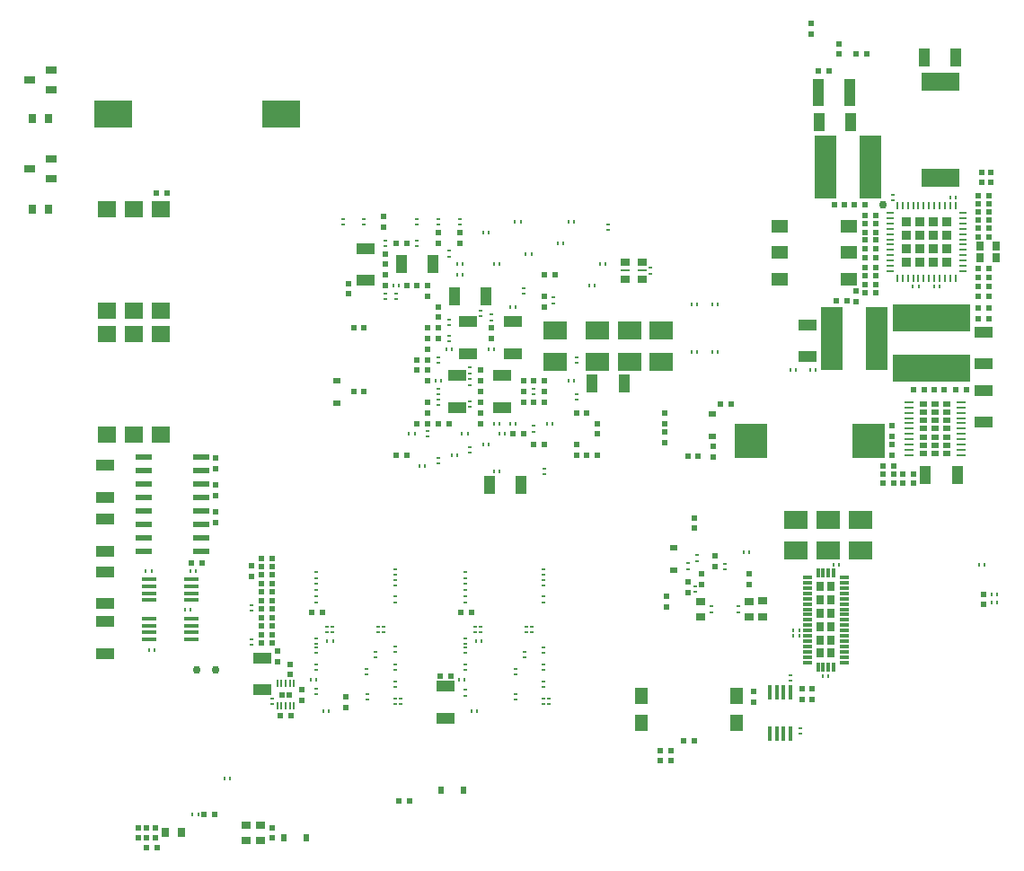
<source format=gbr>
G04 #@! TF.FileFunction,Paste,Bot*
%FSLAX46Y46*%
G04 Gerber Fmt 4.6, Leading zero omitted, Abs format (unit mm)*
G04 Created by KiCad (PCBNEW (2016-08-02 BZR 7002)-product) date Mon Oct 17 13:50:08 2016*
%MOMM*%
%LPD*%
G01*
G04 APERTURE LIST*
%ADD10C,0.101600*%
%ADD11R,0.300000X0.280000*%
%ADD12R,0.280000X0.300000*%
%ADD13R,1.800000X1.000000*%
%ADD14R,1.000000X1.800000*%
%ADD15R,0.500000X0.500000*%
%ADD16R,2.230000X1.800000*%
%ADD17R,0.800000X0.900000*%
%ADD18R,0.900000X0.800000*%
%ADD19R,0.584200X0.685800*%
%ADD20R,0.685800X0.584200*%
%ADD21R,3.100000X3.300000*%
%ADD22R,2.000000X6.000000*%
%ADD23R,7.300000X2.600000*%
%ADD24R,3.600000X1.800000*%
%ADD25R,1.000000X2.600000*%
%ADD26C,0.762000*%
%ADD27R,0.230000X0.700000*%
%ADD28R,0.525000X0.630000*%
%ADD29R,0.850000X0.280000*%
%ADD30R,0.756000X0.546000*%
%ADD31R,1.300000X1.500000*%
%ADD32R,0.250000X0.700000*%
%ADD33R,0.700000X0.250000*%
%ADD34R,0.901250X0.901250*%
%ADD35R,0.700000X0.875000*%
%ADD36R,0.850000X0.300000*%
%ADD37R,0.300000X0.850000*%
%ADD38R,1.500000X0.600000*%
%ADD39R,1.780000X1.520000*%
%ADD40R,1.350000X0.450000*%
%ADD41R,1.000000X0.800000*%
%ADD42R,0.450000X1.350000*%
%ADD43R,0.850000X0.650000*%
%ADD44R,0.850000X0.250000*%
%ADD45R,3.660000X2.600000*%
%ADD46R,3.540000X2.600000*%
%ADD47R,1.500000X1.200000*%
G04 APERTURE END LIST*
D10*
D11*
X62200000Y-96765000D03*
X62200000Y-96235000D03*
X66000000Y-103165000D03*
X66000000Y-102635000D03*
D12*
X61835000Y-104200000D03*
X62365000Y-104200000D03*
D11*
X65900000Y-100765000D03*
X65900000Y-100235000D03*
X61200000Y-102135000D03*
X61200000Y-102665000D03*
X66800000Y-98635000D03*
X66800000Y-99165000D03*
X61200000Y-91135000D03*
X61200000Y-91665000D03*
D12*
X61165000Y-101300000D03*
X60635000Y-101300000D03*
D11*
X68600000Y-91835000D03*
X68600000Y-92365000D03*
X61200000Y-97335000D03*
X61200000Y-97865000D03*
X61200000Y-100365000D03*
X61200000Y-99835000D03*
X68600000Y-93435000D03*
X68600000Y-93965000D03*
D12*
X62235000Y-97600000D03*
X62765000Y-97600000D03*
D11*
X61200000Y-98235000D03*
X61200000Y-98765000D03*
X67500000Y-96235000D03*
X67500000Y-96765000D03*
X68600000Y-90835000D03*
X68600000Y-91365000D03*
X62700000Y-96235000D03*
X62700000Y-96765000D03*
X68600000Y-99835000D03*
X68600000Y-100365000D03*
X67000000Y-96765000D03*
X67000000Y-96235000D03*
X61200000Y-93435000D03*
X61200000Y-93965000D03*
X68600000Y-101965000D03*
X68600000Y-101435000D03*
X69100000Y-103035000D03*
X69100000Y-103565000D03*
X61200000Y-92235000D03*
X61200000Y-92765000D03*
X68600000Y-103565000D03*
X68600000Y-103035000D03*
D13*
X73400000Y-104900000D03*
X73400000Y-101900000D03*
D11*
X76200000Y-96765000D03*
X76200000Y-96235000D03*
X80000000Y-103165000D03*
X80000000Y-102635000D03*
D12*
X75835000Y-104200000D03*
X76365000Y-104200000D03*
D11*
X80000000Y-100765000D03*
X80000000Y-100235000D03*
X75200000Y-102235000D03*
X75200000Y-102765000D03*
X80800000Y-98635000D03*
X80800000Y-99165000D03*
X75200000Y-91135000D03*
X75200000Y-91665000D03*
D12*
X75165000Y-101300000D03*
X74635000Y-101300000D03*
D11*
X82600000Y-91835000D03*
X82600000Y-92365000D03*
X75200000Y-97335000D03*
X75200000Y-97865000D03*
X75200000Y-100365000D03*
X75200000Y-99835000D03*
X82600000Y-93435000D03*
X82600000Y-93965000D03*
D12*
X76235000Y-97600000D03*
X76765000Y-97600000D03*
D11*
X75200000Y-98235000D03*
X75200000Y-98765000D03*
X81500000Y-96235000D03*
X81500000Y-96765000D03*
X82600000Y-90835000D03*
X82600000Y-91365000D03*
X76700000Y-96235000D03*
X76700000Y-96765000D03*
X82600000Y-99835000D03*
X82600000Y-100365000D03*
X81000000Y-96765000D03*
X81000000Y-96235000D03*
X75200000Y-93435000D03*
X75200000Y-93965000D03*
X82600000Y-101965000D03*
X82600000Y-101435000D03*
X83100000Y-103035000D03*
X83100000Y-103565000D03*
X75200000Y-92235000D03*
X75200000Y-92765000D03*
X82600000Y-103565000D03*
X82600000Y-103035000D03*
D13*
X56100000Y-102200000D03*
X56100000Y-99200000D03*
D11*
X55100000Y-94765000D03*
X55100000Y-94235000D03*
X55100000Y-97435000D03*
X55100000Y-97965000D03*
X68600000Y-98665000D03*
X68600000Y-98135000D03*
X82600000Y-98765000D03*
X82600000Y-98235000D03*
D13*
X124100000Y-74000000D03*
X124100000Y-77000000D03*
D14*
X118600000Y-82000000D03*
X121600000Y-82000000D03*
D11*
X57000000Y-103565000D03*
X57000000Y-103035000D03*
D15*
X59800000Y-102200000D03*
X59800000Y-103200000D03*
X115443000Y-77300000D03*
X115443000Y-78300000D03*
X115600000Y-81900000D03*
X114600000Y-81900000D03*
X116500000Y-81900000D03*
X117500000Y-81900000D03*
D16*
X106426000Y-89090000D03*
X106426000Y-86170000D03*
X112522000Y-89090000D03*
X112522000Y-86170000D03*
X109474000Y-89090000D03*
X109474000Y-86170000D03*
D13*
X124100000Y-71500000D03*
X124100000Y-68500000D03*
X107500000Y-70800000D03*
X107500000Y-67800000D03*
D14*
X111600000Y-48700000D03*
X108600000Y-48700000D03*
X118500000Y-42600000D03*
X121500000Y-42600000D03*
D15*
X113900000Y-59100000D03*
X112900000Y-59100000D03*
X124600000Y-62500000D03*
X123600000Y-62500000D03*
X112900000Y-57500000D03*
X113900000Y-57500000D03*
X124579000Y-65100000D03*
X123579000Y-65100000D03*
X112900000Y-59800000D03*
X113900000Y-59800000D03*
X124600000Y-63300000D03*
X123600000Y-63300000D03*
D11*
X115500000Y-56065000D03*
X115500000Y-55535000D03*
D12*
X119965000Y-64200000D03*
X119435000Y-64200000D03*
D15*
X124600000Y-57900000D03*
X123600000Y-57900000D03*
X112900000Y-62400000D03*
X113900000Y-62400000D03*
D17*
X125250000Y-60400000D03*
X123750000Y-60400000D03*
D15*
X124600000Y-55600000D03*
X123600000Y-55600000D03*
X113900000Y-64800000D03*
X112900000Y-64800000D03*
D17*
X125250000Y-61500000D03*
X123750000Y-61500000D03*
D15*
X124600000Y-57200000D03*
X123600000Y-57200000D03*
X113900000Y-63200000D03*
X112900000Y-63200000D03*
D12*
X121465000Y-55800000D03*
X120935000Y-55800000D03*
X117435000Y-64200000D03*
X117965000Y-64200000D03*
X106161000Y-97155000D03*
X106691000Y-97155000D03*
X106161000Y-96647000D03*
X106691000Y-96647000D03*
X110465000Y-90400000D03*
X109935000Y-90400000D03*
X108935000Y-100900000D03*
X109465000Y-100900000D03*
D15*
X51600000Y-114000000D03*
X50600000Y-114000000D03*
X46200000Y-117100000D03*
X45200000Y-117100000D03*
D12*
X108265000Y-72100000D03*
X107735000Y-72100000D03*
X105844757Y-72100000D03*
X106374757Y-72100000D03*
X97065000Y-70400000D03*
X96535000Y-70400000D03*
X98535000Y-70400000D03*
X99065000Y-70400000D03*
X97065000Y-65900000D03*
X96535000Y-65900000D03*
X98535000Y-65900000D03*
X99065000Y-65900000D03*
D15*
X51689000Y-80399000D03*
X51689000Y-81399000D03*
X51689000Y-82939000D03*
X51689000Y-83939000D03*
X51689000Y-85479000D03*
X51689000Y-86479000D03*
X49400000Y-90300000D03*
X50400000Y-90300000D03*
D12*
X48835000Y-94700000D03*
X49365000Y-94700000D03*
X45435000Y-98500000D03*
X45965000Y-98500000D03*
X49865000Y-91000000D03*
X49335000Y-91000000D03*
X45135000Y-91000000D03*
X45665000Y-91000000D03*
D13*
X79700000Y-70500000D03*
X79700000Y-67500000D03*
D16*
X83700000Y-71260000D03*
X83700000Y-68340000D03*
D13*
X75500000Y-70500000D03*
X75500000Y-67500000D03*
D16*
X93700000Y-71260000D03*
X93700000Y-68340000D03*
D13*
X65800000Y-60600000D03*
X65800000Y-63600000D03*
D16*
X87700000Y-71260000D03*
X87700000Y-68340000D03*
X90700000Y-71260000D03*
X90700000Y-68340000D03*
D13*
X78700000Y-72600000D03*
X78700000Y-75600000D03*
X74500000Y-72600000D03*
X74500000Y-75600000D03*
D14*
X74200000Y-65100000D03*
X77200000Y-65100000D03*
X80500000Y-82900000D03*
X77500000Y-82900000D03*
X87200000Y-73300000D03*
X90200000Y-73300000D03*
D12*
X79965000Y-77100000D03*
X79435000Y-77100000D03*
X78435000Y-78100000D03*
X78965000Y-78100000D03*
D14*
X69200000Y-62100000D03*
X72200000Y-62100000D03*
D15*
X96200000Y-80200000D03*
X97200000Y-80200000D03*
X94000000Y-78900000D03*
X94000000Y-77900000D03*
X98600000Y-79300000D03*
X98600000Y-80300000D03*
X94000000Y-76100000D03*
X94000000Y-77100000D03*
D11*
X81700000Y-74365000D03*
X81700000Y-73835000D03*
D18*
X55900000Y-116450000D03*
X55900000Y-114950000D03*
D11*
X97100000Y-89535000D03*
X97100000Y-90065000D03*
X96266000Y-90816000D03*
X96266000Y-90286000D03*
D12*
X101992000Y-89281000D03*
X101462000Y-89281000D03*
D11*
X99700000Y-90335000D03*
X99700000Y-90865000D03*
D15*
X107800000Y-40400000D03*
X107800000Y-39400000D03*
D11*
X98425000Y-94880000D03*
X98425000Y-94350000D03*
X100965000Y-94880000D03*
X100965000Y-94350000D03*
D15*
X110500000Y-41300000D03*
X110500000Y-42300000D03*
D11*
X105900000Y-101365000D03*
X105900000Y-100835000D03*
X106800000Y-106365000D03*
X106800000Y-105835000D03*
X96900000Y-92965000D03*
X96900000Y-92435000D03*
D19*
X75055000Y-111700000D03*
X72945000Y-111700000D03*
D20*
X63100000Y-75155000D03*
X63100000Y-73045000D03*
X98500000Y-78355000D03*
X98500000Y-76245000D03*
D19*
X60255000Y-116200000D03*
X58145000Y-116200000D03*
D20*
X94900000Y-90955000D03*
X94900000Y-88845000D03*
D17*
X46950000Y-115700000D03*
X48450000Y-115700000D03*
X35929000Y-48387000D03*
X34429000Y-48387000D03*
X35929000Y-56896000D03*
X34429000Y-56896000D03*
D18*
X54600000Y-114950000D03*
X54600000Y-116450000D03*
X103300000Y-93850000D03*
X103300000Y-95350000D03*
X101981000Y-93865000D03*
X101981000Y-95365000D03*
X97409000Y-95365000D03*
X97409000Y-93865000D03*
D21*
X113246000Y-78740000D03*
X102146000Y-78740000D03*
D22*
X113450000Y-52900000D03*
X109150000Y-52900000D03*
D23*
X119200000Y-67150000D03*
X119200000Y-71850000D03*
D24*
X120015000Y-53903000D03*
X120015000Y-44903000D03*
D22*
X114050000Y-69100000D03*
X109750000Y-69100000D03*
D15*
X72700000Y-77100000D03*
X73700000Y-77100000D03*
X70700000Y-77100000D03*
X71700000Y-77100000D03*
X56000000Y-91400000D03*
X57000000Y-91400000D03*
X56000000Y-94600000D03*
X57000000Y-94600000D03*
X56000000Y-93000000D03*
X57000000Y-93000000D03*
X56000000Y-90600000D03*
X57000000Y-90600000D03*
X56000000Y-92200000D03*
X57000000Y-92200000D03*
X56000000Y-96200000D03*
X57000000Y-96200000D03*
X56000000Y-89800000D03*
X57000000Y-89800000D03*
X56000000Y-93800000D03*
X57000000Y-93800000D03*
X56000000Y-97000000D03*
X57000000Y-97000000D03*
X56000000Y-97800000D03*
X57000000Y-97800000D03*
X56000000Y-95400000D03*
X57000000Y-95400000D03*
X57500000Y-98600000D03*
X57500000Y-99600000D03*
X75800000Y-94900000D03*
X74800000Y-94900000D03*
X61800000Y-94900000D03*
X60800000Y-94900000D03*
X58800000Y-104700000D03*
X57800000Y-104700000D03*
X122500000Y-73900000D03*
X121500000Y-73900000D03*
X119400000Y-73900000D03*
X120400000Y-73900000D03*
X118483000Y-73914000D03*
X117483000Y-73914000D03*
X115443000Y-80100000D03*
X115443000Y-79100000D03*
X114600000Y-81100000D03*
X115600000Y-81100000D03*
X102400000Y-102400000D03*
X102400000Y-103400000D03*
X115600000Y-82700000D03*
X114600000Y-82700000D03*
X117500000Y-82700000D03*
X116500000Y-82700000D03*
X95800000Y-107000000D03*
X96800000Y-107000000D03*
X112900000Y-58293000D03*
X113900000Y-58293000D03*
X124600000Y-64200000D03*
X123600000Y-64200000D03*
X110000000Y-56500000D03*
X111000000Y-56500000D03*
X111900000Y-56500000D03*
X112900000Y-56500000D03*
X123600000Y-67200000D03*
X123600000Y-66200000D03*
X124600000Y-66200000D03*
X124600000Y-67200000D03*
X124600000Y-56400000D03*
X123600000Y-56400000D03*
X112900000Y-64000000D03*
X113900000Y-64000000D03*
X123600000Y-58700000D03*
X124600000Y-58700000D03*
X113900000Y-60600000D03*
X112900000Y-60600000D03*
X112900000Y-61500000D03*
X113900000Y-61500000D03*
X123900000Y-53400000D03*
X123900000Y-54400000D03*
X124800000Y-54400000D03*
X124800000Y-53400000D03*
X110200000Y-65500000D03*
X111200000Y-65500000D03*
X112100000Y-64600000D03*
X112100000Y-65600000D03*
X124079000Y-93200000D03*
X124079000Y-94200000D03*
X70000000Y-112700000D03*
X69000000Y-112700000D03*
X65700000Y-74100000D03*
X64700000Y-74100000D03*
X71700000Y-65100000D03*
X71700000Y-64100000D03*
X45200000Y-115200000D03*
X45200000Y-116200000D03*
X46000000Y-116200000D03*
X46000000Y-115200000D03*
D13*
X41275000Y-84050000D03*
X41275000Y-81050000D03*
X41275000Y-89130000D03*
X41275000Y-86130000D03*
X41275000Y-94083000D03*
X41275000Y-91083000D03*
X41275000Y-98782000D03*
X41275000Y-95782000D03*
D15*
X67700000Y-63100000D03*
X67700000Y-64100000D03*
X47100000Y-55400000D03*
X46100000Y-55400000D03*
X96800000Y-86000000D03*
X96800000Y-87000000D03*
X87700000Y-78100000D03*
X87700000Y-77100000D03*
X100300000Y-75300000D03*
X99300000Y-75300000D03*
X82700000Y-73100000D03*
X82700000Y-74100000D03*
X81700000Y-75100000D03*
X82700000Y-75100000D03*
X96266000Y-92083000D03*
X96266000Y-93083000D03*
X107900000Y-103100000D03*
X107900000Y-102100000D03*
X107000000Y-103100000D03*
X107000000Y-102100000D03*
X112100000Y-42300000D03*
X113100000Y-42300000D03*
X94600000Y-108900000D03*
X93600000Y-108900000D03*
X94600000Y-108000000D03*
X93600000Y-108000000D03*
X82700000Y-66100000D03*
X82700000Y-65100000D03*
X83700000Y-63100000D03*
X82700000Y-63100000D03*
D25*
X111500000Y-45900000D03*
X108500000Y-45900000D03*
D26*
X51700000Y-100300000D03*
X114600000Y-56500000D03*
X49900000Y-100300000D03*
D27*
X57500000Y-103750000D03*
X57900000Y-103750000D03*
X58300000Y-103750000D03*
X58700000Y-103750000D03*
X59100000Y-103750000D03*
X57500000Y-101650000D03*
X57900000Y-101650000D03*
X58300000Y-101650000D03*
X58700000Y-101650000D03*
X59100000Y-101650000D03*
D28*
X57925000Y-102700000D03*
X58675000Y-102700000D03*
D29*
X121975000Y-77597000D03*
X121975000Y-78097000D03*
X121975000Y-78597000D03*
X121975000Y-79097000D03*
X121975000Y-79597000D03*
X121975000Y-80097000D03*
X121975000Y-77097000D03*
X121975000Y-76597000D03*
X121975000Y-76097000D03*
X121975000Y-75597000D03*
X121975000Y-75097000D03*
X117025000Y-80097000D03*
X117025000Y-79597000D03*
X117025000Y-79097000D03*
X117025000Y-78597000D03*
X117025000Y-78097000D03*
X117025000Y-77597000D03*
X117025000Y-77097000D03*
X117025000Y-76597000D03*
X117025000Y-76097000D03*
X117025000Y-75597000D03*
X117025000Y-75097000D03*
D30*
X120580000Y-79937000D03*
X119500000Y-79937000D03*
X118420000Y-79937000D03*
X120580000Y-79157000D03*
X120580000Y-78377000D03*
X120580000Y-77597000D03*
X120580000Y-76817000D03*
X120580000Y-76037000D03*
X120580000Y-75257000D03*
X119500000Y-75257000D03*
X119500000Y-76037000D03*
X119500000Y-76817000D03*
X119500000Y-77597000D03*
X119500000Y-78377000D03*
X119500000Y-79157000D03*
X118420000Y-79157000D03*
X118420000Y-78377000D03*
X118420000Y-77597000D03*
X118420000Y-76817000D03*
X118420000Y-76037000D03*
X118420000Y-75257000D03*
D31*
X91800000Y-102830000D03*
X91800000Y-105370000D03*
X100800000Y-102830000D03*
X100800000Y-105370000D03*
D32*
X115950000Y-56600000D03*
X116450000Y-56600000D03*
X116950000Y-56600000D03*
X117450000Y-56600000D03*
X117950000Y-56600000D03*
X118450000Y-56600000D03*
X118950000Y-56600000D03*
X119450000Y-56600000D03*
X119950000Y-56600000D03*
X120450000Y-56600000D03*
X120950000Y-56600000D03*
X121450000Y-56600000D03*
D33*
X122100000Y-57250000D03*
X122100000Y-57750000D03*
X122100000Y-58250000D03*
X122100000Y-58750000D03*
X122100000Y-59250000D03*
X122100000Y-59750000D03*
X122100000Y-60250000D03*
X122100000Y-60750000D03*
X122100000Y-61250000D03*
X122100000Y-61750000D03*
X122100000Y-62250000D03*
X122100000Y-62750000D03*
D32*
X121450000Y-63400000D03*
X120950000Y-63400000D03*
X120450000Y-63400000D03*
X119950000Y-63400000D03*
X119450000Y-63400000D03*
X118950000Y-63400000D03*
X118450000Y-63400000D03*
X117950000Y-63400000D03*
X117450000Y-63400000D03*
X116950000Y-63400000D03*
X116450000Y-63400000D03*
X115950000Y-63400000D03*
D33*
X115300000Y-62750000D03*
X115300000Y-62250000D03*
X115300000Y-61750000D03*
X115300000Y-61250000D03*
X115300000Y-60750000D03*
X115300000Y-60250000D03*
X115300000Y-59750000D03*
X115300000Y-59250000D03*
X115300000Y-58750000D03*
X115300000Y-58250000D03*
X115300000Y-57750000D03*
X115300000Y-57250000D03*
D34*
X120631250Y-61931250D03*
X119343750Y-61931250D03*
X118056250Y-61931250D03*
X116768750Y-61931250D03*
X120631250Y-60643750D03*
X119343750Y-60643750D03*
X118056250Y-60643750D03*
X116768750Y-60643750D03*
X120631250Y-59356250D03*
X119343750Y-59356250D03*
X118056250Y-59356250D03*
X116768750Y-59356250D03*
X120631250Y-58068750D03*
X119343750Y-58068750D03*
X118056250Y-58068750D03*
X116768750Y-58068750D03*
D35*
X109720000Y-97506000D03*
D36*
X110945000Y-95631000D03*
X110945000Y-96131000D03*
X110945000Y-96631000D03*
X110945000Y-97131000D03*
X110945000Y-97631000D03*
X110945000Y-98131000D03*
X110945000Y-98631000D03*
X110945000Y-99131000D03*
X110945000Y-99631000D03*
X110945000Y-95131000D03*
X110945000Y-94631000D03*
X110945000Y-94131000D03*
X110945000Y-93631000D03*
X110945000Y-93131000D03*
X110945000Y-92631000D03*
X110945000Y-92131000D03*
X110945000Y-91631000D03*
X107495000Y-95631000D03*
X107495000Y-95131000D03*
X107495000Y-94631000D03*
X107495000Y-94131000D03*
X107495000Y-93631000D03*
X107495000Y-93131000D03*
X107495000Y-92631000D03*
X107495000Y-92131000D03*
X107495000Y-91631000D03*
X107495000Y-96131000D03*
X107495000Y-96631000D03*
X107495000Y-97131000D03*
X107495000Y-97631000D03*
X107495000Y-98131000D03*
X107495000Y-98631000D03*
X107495000Y-99131000D03*
X107495000Y-99631000D03*
D37*
X109970000Y-100106000D03*
X109470000Y-100106000D03*
X108970000Y-100106000D03*
X108470000Y-100106000D03*
X109970000Y-91156000D03*
X109470000Y-91156000D03*
X108970000Y-91156000D03*
X108470000Y-91156000D03*
D35*
X109720000Y-96256000D03*
X109720000Y-98756000D03*
X108720000Y-98756000D03*
X108720000Y-97506000D03*
X108720000Y-96256000D03*
X108720000Y-95006000D03*
X108720000Y-93756000D03*
X108720000Y-92506000D03*
X109720000Y-92506000D03*
X109720000Y-93756000D03*
X109720000Y-95006000D03*
D38*
X44925000Y-89154000D03*
X44925000Y-87884000D03*
X44925000Y-86614000D03*
X44925000Y-85344000D03*
X44925000Y-84074000D03*
X44925000Y-82804000D03*
X44925000Y-81534000D03*
X44925000Y-80264000D03*
X50325000Y-80264000D03*
X50325000Y-81534000D03*
X50325000Y-82804000D03*
X50325000Y-84074000D03*
X50325000Y-85344000D03*
X50325000Y-86614000D03*
X50325000Y-87884000D03*
X50325000Y-89154000D03*
D39*
X41460000Y-56938000D03*
X41460000Y-66462000D03*
X44000000Y-66462000D03*
X46540000Y-66462000D03*
X46540000Y-56938000D03*
X44000000Y-56938000D03*
X41460000Y-68638000D03*
X41460000Y-78162000D03*
X44000000Y-78162000D03*
X46540000Y-78162000D03*
X46540000Y-68638000D03*
X44000000Y-68638000D03*
D40*
X49375000Y-97475000D03*
X49375000Y-96825000D03*
X49375000Y-96175000D03*
X49375000Y-95525000D03*
X45425000Y-97475000D03*
X45425000Y-96825000D03*
X45425000Y-96175000D03*
X45425000Y-95525000D03*
X45425000Y-91825000D03*
X45425000Y-92475000D03*
X45425000Y-93125000D03*
X45425000Y-93775000D03*
X49375000Y-91825000D03*
X49375000Y-92475000D03*
X49375000Y-93125000D03*
X49375000Y-93775000D03*
D41*
X36179000Y-43754000D03*
X34179000Y-44704000D03*
X36179000Y-45654000D03*
X36179000Y-52136000D03*
X34179000Y-53086000D03*
X36179000Y-54036000D03*
D42*
X105875000Y-102425000D03*
X105225000Y-102425000D03*
X104575000Y-102425000D03*
X103925000Y-102425000D03*
X105875000Y-106375000D03*
X105225000Y-106375000D03*
X104575000Y-106375000D03*
X103925000Y-106375000D03*
D43*
X90325000Y-61875000D03*
X90325000Y-63525000D03*
X91875000Y-61875000D03*
X91875000Y-63525000D03*
D44*
X90325000Y-62700000D03*
X91875000Y-62700000D03*
D12*
X124830000Y-93980000D03*
X125360000Y-93980000D03*
X124830000Y-93218000D03*
X125360000Y-93218000D03*
X123635000Y-90400000D03*
X124165000Y-90400000D03*
D11*
X71700000Y-77835000D03*
X71700000Y-78365000D03*
D12*
X75465000Y-78100000D03*
X74935000Y-78100000D03*
X70935000Y-81100000D03*
X71465000Y-81100000D03*
D11*
X72700000Y-80335000D03*
X72700000Y-80865000D03*
X75700000Y-79335000D03*
X75700000Y-79865000D03*
X81700000Y-77335000D03*
X81700000Y-77865000D03*
D12*
X73935000Y-80100000D03*
X74465000Y-80100000D03*
X69935000Y-78100000D03*
X70465000Y-78100000D03*
D11*
X73700000Y-61365000D03*
X73700000Y-60835000D03*
X72700000Y-70835000D03*
X72700000Y-71365000D03*
X73700000Y-67335000D03*
X73700000Y-67865000D03*
X77700000Y-66835000D03*
X77700000Y-67365000D03*
X72700000Y-74365000D03*
X72700000Y-73835000D03*
X73700000Y-69365000D03*
X73700000Y-68835000D03*
D12*
X79435000Y-66100000D03*
X79965000Y-66100000D03*
D11*
X68700000Y-65365000D03*
X68700000Y-64835000D03*
X76700000Y-66435000D03*
X76700000Y-66965000D03*
X75700000Y-75565000D03*
X75700000Y-75035000D03*
X75700000Y-72935000D03*
X75700000Y-73465000D03*
D12*
X74965000Y-62100000D03*
X74435000Y-62100000D03*
D11*
X72700000Y-74835000D03*
X72700000Y-75365000D03*
D12*
X72435000Y-73100000D03*
X72965000Y-73100000D03*
X73435000Y-70100000D03*
X73965000Y-70100000D03*
X77435000Y-70100000D03*
X77965000Y-70100000D03*
D11*
X67700000Y-65365000D03*
X67700000Y-64835000D03*
D12*
X84935000Y-73100000D03*
X85465000Y-73100000D03*
D11*
X75700000Y-71835000D03*
X75700000Y-72365000D03*
D12*
X74965000Y-63100000D03*
X74435000Y-63100000D03*
X77935000Y-81600000D03*
X78465000Y-81600000D03*
D11*
X82700000Y-81865000D03*
X82700000Y-81335000D03*
D12*
X78465000Y-77100000D03*
X77935000Y-77100000D03*
X76935000Y-79100000D03*
X77465000Y-79100000D03*
X82935000Y-77100000D03*
X83465000Y-77100000D03*
D11*
X85700000Y-74865000D03*
X85700000Y-74335000D03*
X92700000Y-62965000D03*
X92700000Y-62435000D03*
D15*
X64000000Y-103900000D03*
X64000000Y-102900000D03*
X72900000Y-100900000D03*
X73900000Y-100900000D03*
X55100000Y-90500000D03*
X55100000Y-91500000D03*
X58700000Y-99800000D03*
X58700000Y-100800000D03*
X124600000Y-59500000D03*
X123600000Y-59500000D03*
X80700000Y-75100000D03*
X80700000Y-74100000D03*
X77700000Y-69100000D03*
X77700000Y-68100000D03*
X67700000Y-61100000D03*
X67700000Y-62100000D03*
X70700000Y-71100000D03*
X70700000Y-72100000D03*
X81700000Y-73100000D03*
X80700000Y-73100000D03*
X71700000Y-73100000D03*
X71700000Y-72100000D03*
X72700000Y-66100000D03*
X72700000Y-67100000D03*
X76700000Y-77100000D03*
X76700000Y-76100000D03*
X72700000Y-68100000D03*
X72700000Y-69100000D03*
X76700000Y-73100000D03*
X76700000Y-72100000D03*
X71700000Y-76100000D03*
X71700000Y-75100000D03*
X72700000Y-59100000D03*
X72700000Y-60100000D03*
X64200000Y-64900000D03*
X64200000Y-63900000D03*
X74700000Y-59100000D03*
X74700000Y-60100000D03*
X67500000Y-57600000D03*
X67500000Y-58600000D03*
X68700000Y-60100000D03*
X69700000Y-60100000D03*
X69700000Y-64100000D03*
X70700000Y-64100000D03*
X71700000Y-69100000D03*
X71700000Y-68100000D03*
X71700000Y-71100000D03*
X71700000Y-70100000D03*
X79700000Y-78100000D03*
X80700000Y-78100000D03*
X82700000Y-79100000D03*
X81700000Y-79100000D03*
X65700000Y-68100000D03*
X64700000Y-68100000D03*
X69700000Y-80100000D03*
X68700000Y-80100000D03*
X86700000Y-80100000D03*
X87700000Y-80100000D03*
X85700000Y-79100000D03*
X85700000Y-80100000D03*
X85700000Y-76100000D03*
X86700000Y-76100000D03*
X94200000Y-93400000D03*
X94200000Y-94400000D03*
X98800000Y-89600000D03*
X98800000Y-90600000D03*
X102000000Y-92300000D03*
X102000000Y-91300000D03*
X108500000Y-43900000D03*
X109500000Y-43900000D03*
X97500000Y-92300000D03*
X97500000Y-91300000D03*
X44400000Y-115200000D03*
X44400000Y-116200000D03*
X76700000Y-74100000D03*
X76700000Y-75100000D03*
X57000000Y-115200000D03*
X57000000Y-116200000D03*
D11*
X70700000Y-59835000D03*
X70700000Y-60365000D03*
D12*
X68965000Y-64100000D03*
X68435000Y-64100000D03*
D11*
X70700000Y-57835000D03*
X70700000Y-58365000D03*
X67700000Y-59835000D03*
X67700000Y-60365000D03*
X72700000Y-57835000D03*
X72700000Y-58365000D03*
X65700000Y-57835000D03*
X65700000Y-58365000D03*
X74700000Y-57835000D03*
X74700000Y-58365000D03*
X63700000Y-57835000D03*
X63700000Y-58365000D03*
D12*
X85465000Y-58100000D03*
X84935000Y-58100000D03*
X79935000Y-58100000D03*
X80465000Y-58100000D03*
X83935000Y-60100000D03*
X84465000Y-60100000D03*
X76935000Y-59100000D03*
X77465000Y-59100000D03*
D11*
X88700000Y-58335000D03*
X88700000Y-58865000D03*
D12*
X80935000Y-61100000D03*
X81465000Y-61100000D03*
X87935000Y-62100000D03*
X88465000Y-62100000D03*
X77935000Y-62100000D03*
X78465000Y-62100000D03*
D11*
X85700000Y-71365000D03*
X85700000Y-70835000D03*
D12*
X87465000Y-64100000D03*
X86935000Y-64100000D03*
D11*
X83500000Y-65765000D03*
X83500000Y-65235000D03*
X80700000Y-64335000D03*
X80700000Y-64865000D03*
D45*
X57870000Y-47900000D03*
D46*
X42070000Y-47900000D03*
D47*
X104850000Y-58500000D03*
X104850000Y-61000000D03*
X104850000Y-63500000D03*
X111350000Y-58500000D03*
X111350000Y-61000000D03*
X111350000Y-63500000D03*
D12*
X52535000Y-110600000D03*
X53065000Y-110600000D03*
X49535000Y-114000000D03*
X50065000Y-114000000D03*
M02*

</source>
